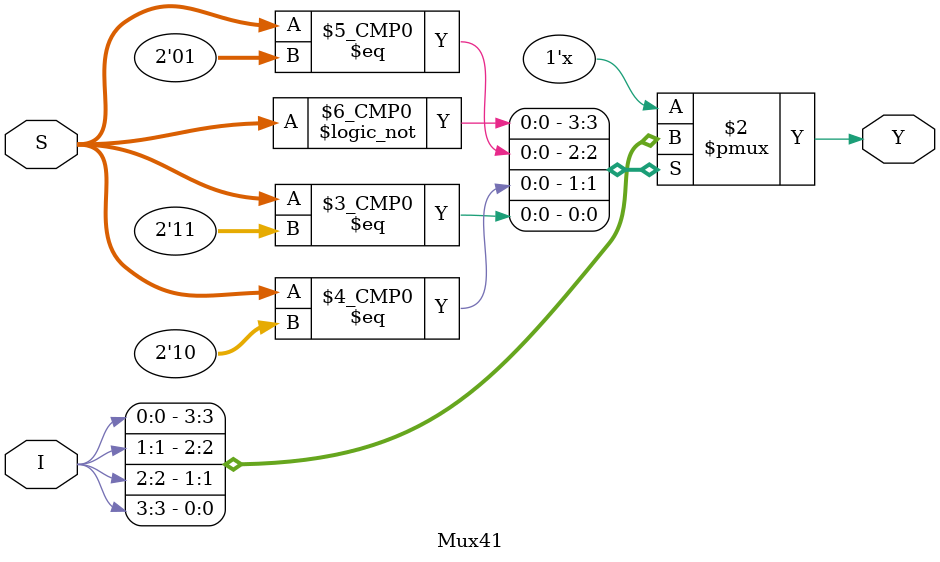
<source format=v>
`timescale 1ns / 1ps
module Mux41(
input wire [3:0] I,
input wire [1:0] S,
output reg Y);
always @(I,S)
case (S)
0: Y = I[0];
1: Y = I[1];
2: Y = I[2];
3: Y = I[3];
endcase
endmodule

</source>
